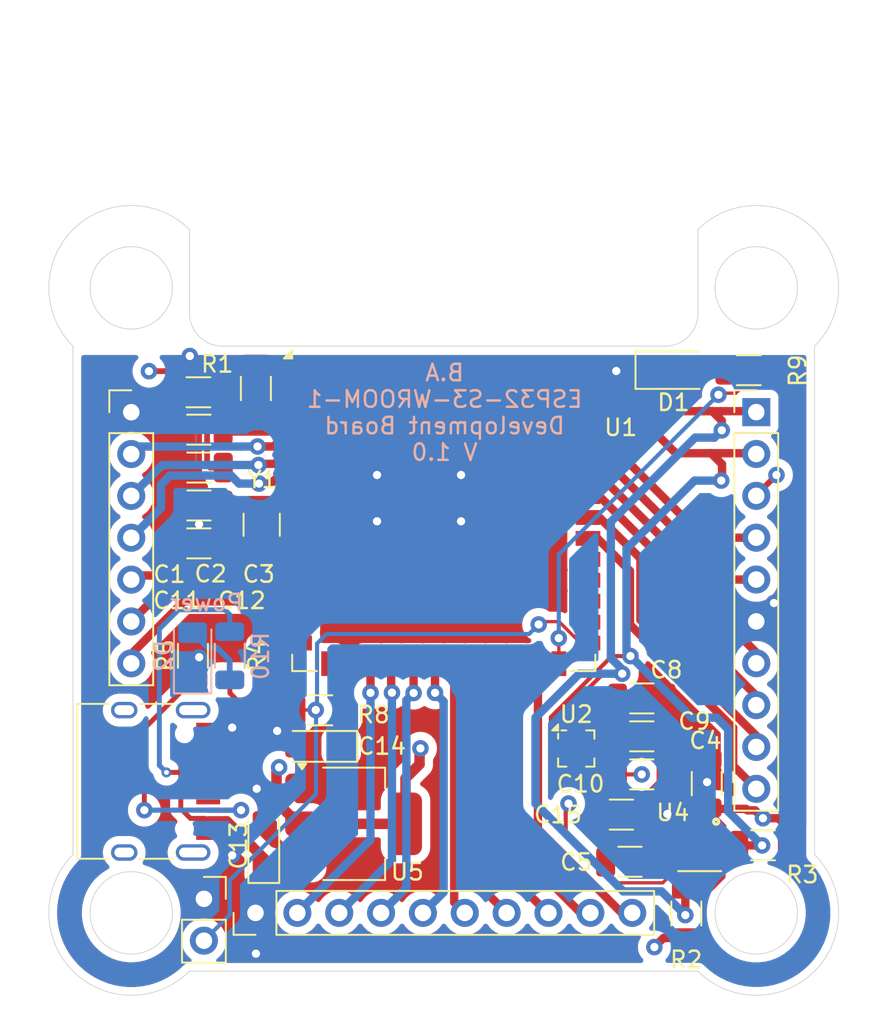
<source format=kicad_pcb>
(kicad_pcb (version 20241229) (generator "pcbnew") (generator_version "9.0")
  (layers (0 "F.Cu" signal) (4 "In1.Cu" signal) (6 "In2.Cu" signal) (2 "B.Cu" signal) (13 "F.Paste" user) (15 "B.Paste" user) (5 "F.SilkS" user "F.Silkscreen") (7 "B.SilkS" user "B.Silkscreen") (1 "F.Mask" user) (3 "B.Mask" user) (25 "Edge.Cuts" user))
  (net 0 "")
  (net 2 "GND")
  (net 3 "GPIO0_STRAPPING")
  (net 5 "Net-(D2-A)")
  (net 7 "ADC3")
  (net 8 "ADC1")
  (net 9 "GPIO1")
  (net 11 "USB+")
  (net 12 "TX")
  (net 13 "TDI")
  (net 14 "TCK")
  (net 15 "TDO")
  (net 16 "RX")
  (net 17 "USB-")
  (net 18 "TMS")
  (net 19 "SDA")
  (net 20 "GPIO5")
  (net 21 "GPIO7")
  (net 22 "GPIO9")
  (net 23 "GPIO8")
  (net 24 "GPIO4")
  (net 25 "GPIO3")
  (net 26 "GPIO6")
  (net 27 "ADC2")
  (net 28 "GPIO15")
  (net 29 "GPIO12")
  (net 30 "GPIO13")
  (net 31 "GPIO2")
  (net 32 "GPIO10")
  (net 33 "/EN")
  (net 36 "/XTAL32K_P")
  (net 37 "/XTAL32K_N")
  (net 38 "GPIO11")
  (net 39 "Net-(U2-C1)")
  (net 41 "SCL")
  (net 43 "VBUS_5V")
  (net 44 "+3V3")
  (net 47 "CC1")
  (net 48 "CC2")
  (net 49 "/LED_GPIO")
  (net 50 "Net-(U1-IO45)")
  (footprint "Capacitor_SMD:C_1206_3216Metric" (layer "F.Cu") (at 101.785001 91.62)
    (property "Reference" "C2")
    (property "Value" "15p")
  )
  (footprint "Resistor_SMD:R_1206_3216Metric" (layer "F.Cu") (at 135.15 83.41 180)
    (property "Reference" "R9")
    (property "Value" "1K")
  )
  (footprint "Resistor_SMD:R_1206_3216Metric" (layer "F.Cu") (at 136.0175 112.24 180)
    (property "Reference" "R3")
    (property "Value" "4k7")
  )
  (footprint "Resistor_SMD:R_1206_3216Metric" (layer "F.Cu") (at 109.1475 104.05 180)
    (property "Reference" "R8")
    (property "Value" "10K")
  )
  (footprint "Capacitor_Tantalum_SMD:CP_EIA-3216-18_Kemet-A" (layer "F.Cu") (at 109.0675 106.24 180)
    (property "Reference" "C14")
    (property "Value" "10u")
  )
  (footprint "Capacitor_SMD:C_1206_3216Metric" (layer "F.Cu") (at 128.66 105.63 180)
    (property "Reference" "C9")
    (property "Value" "100n")
  )
  (footprint "LED_SMD:LED_1206_3216Metric" (layer "F.Cu") (at 130.56 83.41)
    (property "Reference" "D1")
    (property "Value" "LED")
  )
  (footprint "Capacitor_SMD:C_1206_3216Metric" (layer "F.Cu") (at 101.775001 87.02 180)
    (property "Reference" "C1")
    (property "Value" "1u")
  )
  (footprint "Capacitor_SMD:C_1206_3216Metric" (layer "F.Cu") (at 127.94 113.24 180)
    (property "Reference" "C5")
    (property "Value" "100n")
  )
  (footprint "Resistor_SMD:R_1206_3216Metric" (layer "F.Cu") (at 101.42 100.74 90)
    (property "Reference" "R5")
    (property "Value" "5k1")
  )
  (footprint "Crystal:Crystal_SMD_3215-2Pin_3.2x1.5mm" (layer "F.Cu") (at 105.59 92.79 -90)
    (property "Reference" "Y1")
    (property "Value" "Crystal")
  )
  (footprint "BME280:PSON65P250X250X100-8N" (layer "F.Cu") (at 132.1725 112.36)
    (property "Reference" "U4")
    (property "Value" "BME280")
  )
  (footprint "Package_LGA:LGA-12_2x2mm_P0.5mm" (layer "F.Cu") (at 124.68 106.37)
    (property "Reference" "U2")
    (property "Value" "LIS2MDL")
  )
  (footprint "Capacitor_SMD:C_1206_3216Metric" (layer "F.Cu") (at 127.42 110.38)
    (property "Reference" "C15")
    (property "Value" "220n")
  )
  (footprint "Resistor_SMD:R_1206_3216Metric" (layer "F.Cu") (at 103.66 100.7375 90)
    (property "Reference" "R4")
    (property "Value" "5k1")
  )
  (footprint "Connector_PinHeader_2.54mm:PinHeader_1x10_P2.54mm_Vertical" (layer "F.Cu") (at 135.604467 85.954999)
    (property "Reference" "J1" (hide yes))
    (property "Value" "Comms")
  )
  (footprint "Resistor_SMD:R_1206_3216Metric" (layer "F.Cu") (at 131.36 116.38 -90)
    (property "Reference" "R2")
    (property "Value" "4k7")
  )
  (footprint "Capacitor_SMD:C_1206_3216Metric" (layer "F.Cu") (at 101.785 89.32)
    (property "Reference" "C11")
    (property "Value" "100n")
  )
  (footprint "Capacitor_SMD:C_1206_3216Metric" (layer "F.Cu") (at 128.66 103.33)
    (property "Reference" "C8")
    (property "Value" "100n")
  )
  (footprint "Capacitor_SMD:C_1206_3216Metric" (layer "F.Cu") (at 101.78 93.92)
    (property "Reference" "C3")
    (property "Value" "15p")
  )
  (footprint "Connector_PinHeader_2.54mm:PinHeader_1x07_P2.54mm_Vertical" (layer "F.Cu") (at 97.675534 85.96)
    (property "Reference" "J3" (hide yes))
    (property "Value" "Conn_01x07_Pin")
  )
  (footprint "Connector_PinHeader_2.54mm:PinHeader_1x10_P2.54mm_Vertical" (layer "F.Cu") (at 105.215001 116.344467 90)
    (property "Reference" "J2" (hide yes))
    (property "Value" "Conn_01x10_Pin")
  )
  (footprint "Connector_PinSocket_2.54mm:PinSocket_1x02_P2.54mm_Vertical" (layer "F.Cu") (at 102.085 115.49)
    (property "Reference" "J5" (hide yes))
    (property "Value" "Conn_01x02_Socket")
  )
  (footprint "Package_TO_SOT_SMD:SOT-223-3_TabPin2" (layer "F.Cu") (at 111.17 110.94)
    (property "Reference" "U5")
    (property "Value" "LM1117MP-3.3")
  )
  (footprint "Resistor_SMD:R_1206_3216Metric" (layer "F.Cu") (at 101.7525 84.75)
    (property "Reference" "R1")
    (property "Value" "10K")
  )
  (footprint "RF_Module:ESP32-S3-WROOM-1" (layer "F.Cu") (at 116.64 88.72)
    (property "Reference" "U1")
    (property "Value" "ESP32-S3-WROOM-1")
  )
  (footprint "Capacitor_SMD:C_1206_3216Metric" (layer "F.Cu") (at 128.655 107.94 180)
    (property "Reference" "C10")
    (property "Value" "1u")
  )
  (footprint "Connector_USB:USB_C_Receptacle_HRO_TYPE-C-31-M-12" (layer "F.Cu") (at 98.3 108.36 -90)
    (property "Reference" "J4" (hide yes))
    (property "Value" "USB_C_Receptacle_USB2.0_14P")
  )
  (footprint "Capacitor_SMD:C_1206_3216Metric" (layer "F.Cu") (at 105.24 84.52 -90)
    (property "Reference" "C12")
    (property "Value" "22u")
  )
  (footprint "Capacitor_SMD:C_1206_3216Metric" (layer "F.Cu") (at 132.6 108.5 -90)
    (property "Reference" "C4")
    (property "Value" "100n")
  )
  (footprint "Capacitor_Tantalum_SMD:CP_EIA-3216-18_Kemet-A" (layer "F.Cu") (at 105.72 112.22 90)
    (property "Reference" "C13")
    (property "Value" "10u")
  )
  (footprint "LED_SMD:LED_1206_3216Metric" (layer "B.Cu") (at 101.4 100.74 90)
    (property "Reference" "D2")
    (property "Value" "LED")
  )
  (footprint "Resistor_SMD:R_1206_3216Metric" (layer "B.Cu") (at 103.65 100.7425 -90)
    (property "Reference" "R10")
    (property "Value" "1K")
  )
  (gr_circle (center 97.675534 116.344467) (end 100.175534 116.344467) (stroke (width 0.05)) (fill no) (layer "Edge.Cuts"))
  (gr_line (start 132.068933 74.880001) (end 132.068933 79.951055) (stroke (width 0.05)) (layer "Edge.Cuts"))
  (gr_arc (start 132.068933 79.951055) (mid 131.483163 81.365311) (end 130.068929 81.951055) (stroke (width 0.05)) (layer "Edge.Cuts"))
  (gr_arc (start 101.211067 119.88) (mid 94.140001 119.88) (end 94.14 112.808933) (stroke (width 0.05)) (layer "Edge.Cuts"))
  (gr_circle (center 97.675534 78.415534) (end 100.175534 78.415534) (stroke (width 0.05)) (fill no) (layer "Edge.Cuts"))
  (gr_line (start 101.211067 119.88) (end 132.068933 119.88) (stroke (width 0.05)) (layer "Edge.Cuts"))
  (gr_line (start 139.14 81.951067) (end 139.14 112.808933) (stroke (width 0.05)) (layer "Edge.Cuts"))
  (gr_circle (center 135.604467 78.415534) (end 138.104467 78.415534) (stroke (width 0.05)) (fill no) (layer "Edge.Cuts"))
  (gr_line (start 101.211067 74.880001) (end 101.211067 79.951003) (stroke (width 0.05)) (layer "Edge.Cuts"))
  (gr_arc (start 94.14 81.951067) (mid 94.14 74.88) (end 101.211067 74.88) (stroke (width 0.05)) (layer "Edge.Cuts"))
  (gr_arc (start 139.14 112.808933) (mid 139.14 119.88) (end 132.068933 119.88) (stroke (width 0.05)) (layer "Edge.Cuts"))
  (gr_line (start 130.068929 81.951055) (end 103.211063 81.951003) (stroke (width 0.05)) (layer "Edge.Cuts"))
  (gr_arc (start 103.211063 81.951003) (mid 101.796852 81.365215) (end 101.211067 79.951003) (stroke (width 0.05)) (layer "Edge.Cuts"))
  (gr_arc (start 132.068933 74.88) (mid 139.14 74.88) (end 139.14 81.951067) (stroke (width 0.05)) (layer "Edge.Cuts"))
  (gr_line (start 94.14 81.951067) (end 94.14 112.808933) (stroke (width 0.05)) (layer "Edge.Cuts"))
  (gr_circle (center 135.604467 116.344467) (end 138.104467 116.344467) (stroke (width 0.05)) (fill no) (layer "Edge.Cuts"))
  (gr_text "B.A\nESP32-S3-WROOM-1\nDevelopment Board\nV 1.0\n" (at 116.69 88.98 0) (layer "B.SilkS") (effects (font (size 1 1)) (justify bottom mirror)))
  (gr_text "Power" (at 104.56 98.11 0) (layer "B.SilkS") (effects (font (size 1 1)) (justify left bottom mirror)))
  (segment (start 127.11 83.46) (end 129.11 83.46) (width 0.35) (layer "F.Cu") (net 2))
  (segment (start 105.57 110.72) (end 105.72 110.87) (width 0.2) (layer "F.Cu") (net 2))
  (segment (start 136.68 97.579466) (end 135.604467 98.654999) (width 0.2) (layer "F.Cu") (net 2))
  (segment (start 105.24 116.369466) (end 105.215001 116.344467) (width 0.2) (layer "F.Cu") (net 2))
  (segment (start 130.204999 110.345001) (end 130.21 110.34) (width 0.2) (layer "F.Cu") (net 2))
  (segment (start 106.264999 83.044999) (end 106.68 83.46) (width 0.25) (layer "F.Cu") (net 2))
  (segment (start 105.24 118.82) (end 105.24 116.369466) (width 0.2) (layer "F.Cu") (net 2))
  (segment (start 101.23 82.55) (end 101.6 82.92) (width 0.25) (layer "F.Cu") (net 2))
  (segment (start 107.71 106.2325) (end 107.7175 106.24) (width 0.2) (layer "F.Cu") (net 2))
  (segment (start 103.8 112.21) (end 103.8 112.85) (width 0.2) (layer "F.Cu") (net 2))
  (segment (start 101.35 99.3475) (end 101.42 99.2775) (width 0.2) (layer "F.Cu") (net 2))
  (segment (start 124.93 107.1325) (end 124.93 107.684) (width 0.25) (layer "F.Cu") (net 2))
  (segment (start 101.79 92.76) (end 101.79 91.76) (width 0.35) (layer "F.Cu") (net 2))
  (segment (start 132.62 108.41) (end 132.6 108.39) (width 0.508) (layer "F.Cu") (net 2))
  (segment (start 130.204999 112.185001) (end 130.204999 110.345001) (width 0.2) (layer "F.Cu") (net 2))
  (segment (start 101.79 91.76) (end 101.79 89.47) (width 0.35) (layer "F.Cu") (net 2))
  (segment (start 107.75 83.6) (end 107.89 83.46) (width 0.35) (layer "F.Cu") (net 2))
  (segment (start 102.355 105.1) (end 102.345 105.11) (width 0.2) (layer "F.Cu") (net 2))
  (segment (start 101.79 92.76) (end 101.79 93.58) (width 0.35) (layer "F.Cu") (net 2))
  (segment (start 132.265 112.035) (end 132.915 111.385) (width 0.2) (layer "F.Cu") (net 2))
  (segment (start 132.915 111.385) (end 133.1425 111.385) (width 0.2) (layer "F.Cu") (net 2))
  (segment (start 101.79 87.16) (end 101.65 87.02) (width 0.35) (layer "F.Cu") (net 2))
  (segment (start 100.304999 93.92) (end 100.304999 87.024999) (width 0.35) (layer "F.Cu") (net 2))
  (segment (start 125.05 106.62) (end 124.931 106.739) (width 0.25) (layer "F.Cu") (net 2))
  (segment (start 130.204999 112.450002) (end 130.204999 112.185001) (width 0.2) (layer "F.Cu") (net 2))
  (segment (start 131.2025 112.035) (end 131.825 112.035) (width 0.2) (layer "F.Cu") (net 2))
  (segment (start 130.135 103.33) (end 130.135 107.935001) (width 0.25) (layer "F.Cu") (net 2))
  (segment (start 132.6 108.39) (end 132.6 107.024999) (width 0.508) (layer "F.Cu") (net 2))
  (segment (start 106.53 105.3) (end 107.4625 106.2325) (width 0.2) (layer "F.Cu") (net 2))
  (segment (start 131.4475 113.335) (end 132.265 112.5175) (width 0.2) (layer "F.Cu") (net 2))
  (segment (start 106.68 83.46) (end 107.89 83.46) (width 0.25) (layer "F.Cu") (net 2))
  (segment (start 129.415001 113.24) (end 130.204999 112.450002) (width 0.2) (layer "F.Cu") (net 2))
  (segment (start 101.79 93.58) (end 101.45 93.92) (width 0.35) (layer "F.Cu") (net 2))
  (segment (start 107.72 108.34) (end 107.72 106.2425) (width 0.2) (layer "F.Cu") (net 2))
  (segment (start 136.68 97.54) (end 136.68 97.579466) (width 0.2) (layer "F.Cu") (net 2))
  (segment (start 131.2025 113.335) (end 131.4475 113.335) (width 0.2) (layer "F.Cu") (net 2))
  (segment (start 107.724999 83.294999) (end 107.89 83.46) (width 0.35) (layer "F.Cu") (net 2))
  (segment (start 130.715 112.035) (end 130.564999 112.185001) (width 0.2) (layer "F.Cu") (net 2))
  (segment (start 108.02 108.64) (end 107.72 108.34) (width 0.2) (layer "F.Cu") (net 2))
  (segment (start 127.11 83.46) (end 125.39 83.46) (width 0.35) (layer "F.Cu") (net 2))
  (segment (start 101.79 89.47) (end 101.64 89.32) (width 0.35) (layer "F.Cu") (net 2))
  (segment (start 101.676844 100.71) (end 101.6 100.71) (width 0.2) (layer "F.Cu") (net 2))
  (segment (start 103.192832 101.017168) (end 103.66 100.55) (width 0.2) (layer "F.Cu") (net 2))
  (segment (start 131.825 112.035) (end 132.265 112.035) (width 0.2) (layer "F.Cu") (net 2))
  (segment (start 130.600001 108.41) (end 130.130001 107.94) (width 0.508) (layer "F.Cu") (net 2))
  (segment (start 132.62 108.41) (end 130.600001 108.41) (width 0.508) (layer "F.Cu") (net 2))
  (segment (start 101.6 82.92) (end 105.115001 82.92) (width 0.25) (layer "F.Cu") (net 2))
  (segment (start 101.79 91.76) (end 101.65 91.62) (width 0.35) (layer "F.Cu") (net 2))
  (segment (start 131.2025 112.035) (end 130.715 112.035) (width 0.2) (layer "F.Cu") (net 2))
  (segment (start 124.93 107.684) (end 126.412 109.166) (width 0.25) (layer "F.Cu") (net 2))
  (segment (start 101.79 89.47) (end 101.79 87.16) (width 0.35) (layer "F.Cu") (net 2))
  (segment (start 105.28 108.81) (end 105.57 109.1) (width 0.2) (layer "F.Cu") (net 2))
  (segment (start 105.57 109.1) (end 105.57 110.72) (width 0.2) (layer "F.Cu") (net 2))
  (segment (start 101.796502 100.829658) (end 101.984012 101.017168) (width 0.2) (layer "F.Cu") (net 2))
  (segment (start 101.796502 100.829658) (end 101.676844 100.71) (width 0.2) (layer "F.Cu") (net 2))
  (segment (start 128.904001 109.166) (end 130.130001 107.94) (width 0.25) (layer "F.Cu") (net 2))
  (segment (start 105.72 110.65) (end 105.72 110.87) (width 0.508) (layer "F.Cu") (net 2))
  (segment (start 105.29 108.81) (end 105.28 108.81) (width 0.2) (layer "F.Cu") (net 2))
  (segment (start 105.115001 82.92) (end 105.24 83.044999) (width 0.25) (layer "F.Cu") (net 2))
  (segment (start 131.2075 113.33) (end 131.2025 113.335) (width 0.2) (layer "F.Cu") (net 2))
  (segment (start 129.11 83.46) (end 129.16 83.41) (width 0.35) (layer "F.Cu") (net 2))
  (segment (start 107.4625 106.2325) (end 107.71 106.2325) (width 0.2) (layer "F.Cu") (net 2))
  (segment (start 103.2 111.61) (end 103.8 112.21) (width 0.2) (layer "F.Cu") (net 2))
  (segment (start 101.796502 99.654002) (end 101.42 99.2775) (width 0.2) (layer "F.Cu") (net 2))
  (segment (start 101.984012 101.017168) (end 103.192832 101.017168) (width 0.2) (layer "F.Cu") (net 2))
  (segment (start 124.931 106.739) (end 124.931 106.91) (width 0.25) (layer "F.Cu") (net 2))
  (segment (start 107.72 106.2425) (end 107.7175 106.24) (width 0.2) (layer "F.Cu") (net 2))
  (segment (start 105.24 83.044999) (end 106.264999 83.044999) (width 0.25) (layer "F.Cu") (net 2))
  (segment (start 101.65 91.62) (end 100.31 91.62) (width 0.35) (layer "F.Cu") (net 2))
  (segment (start 132.265 112.5175) (end 132.265 112.035) (width 0.2) (layer "F.Cu") (net 2))
  (segment (start 102.345 111.61) (end 103.2 111.61) (width 0.2) (layer "F.Cu") (net 2))
  (segment (start 101.64 89.32) (end 100.31 89.32) (width 0.35) (layer "F.Cu") (net 2))
  (segment (start 130.135 107.935001) (end 130.130001 107.94) (width 0.25) (layer "F.Cu") (net 2))
  (segment (start 103.66 100.55) (end 103.66 99.275) (width 0.2) (layer "F.Cu") (net 2))
  (segment (start 101.65 87.02) (end 100.3 87.02) (width 0.35) (layer "F.Cu") (net 2))
  (segment (start 130.564999 112.185001) (end 130.204999 112.185001) (width 0.2) (layer "F.Cu") (net 2))
  (segment (start 125.4425 106.62) (end 125.05 106.62) (width 0.25) (layer "F.Cu") (net 2))
  (segment (start 103.8 105.1) (end 102.355 105.1) (width 0.2) (layer "F.Cu") (net 2))
  (segment (start 101.796502 100.829658) (end 101.796502 99.654002) (width 0.2) (layer "F.Cu") (net 2))
  (segment (start 126.412 109.166) (end 128.904001 109.166) (width 0.25) (layer "F.Cu") (net 2))
  (segment (start 100.304999 87.024999) (end 100.3 87.02) (width 0.35) (layer "F.Cu") (net 2))
  (segment (start 101.45 93.92) (end 100.304999 93.92) (width 0.35) (layer "F.Cu") (net 2))
  (via (at 103.8 112.85) (size 1) (drill 0.5) (layers "F.Cu" "B.Cu") (net 2))
  (via (at 101.79 92.76) (size 1) (drill 0.5) (layers "F.Cu" "B.Cu") (net 2))
  (via (at 101.23 82.55) (size 1) (drill 0.5) (layers "F.Cu" "B.Cu") (net 2))
  (via (at 106.53 105.3) (size 1) (drill 0.5) (layers "F.Cu" "B.Cu") (net 2))
  (via (at 112.59 89.77) (size 1) (drill 0.5) (layers "F.Cu" "B.Cu") (net 2))
  (via (at 117.69 92.58) (size 1) (drill 0.5) (layers "F.Cu" "B.Cu") (net 2))
  (via (at 105.24 118.82) (size 1) (drill 0.5) (layers "F.Cu" "B.Cu") (net 2))
  (via (at 105.29 108.81) (size 1) (drill 0.5) (layers "F.Cu" "B.Cu") (net 2))
  (via (at 132.62 108.41) (size 1) (drill 0.5) (layers "F.Cu" "B.Cu") (net 2))
  (via (at 103.8 105.1) (size 1) (drill 0.5) (layers "F.Cu" "B.Cu") (net 2))
  (via (at 117.69 89.77) (size 1) (drill 0.5) (layers "F.Cu" "B.Cu") (net 2))
  (via (at 136.68 97.54) (size 1) (drill 0.5) (layers "F.Cu" "B.Cu") (net 2))
  (via (at 127.11 83.46) (size 1) (drill 0.5) (layers "F.Cu" "B.Cu") (net 2))
  (via (at 130.21 110.34) (size 1) (drill 0.5) (layers "F.Cu" "B.Cu") (net 2))
  (via (at 112.59 92.58) (size 1) (drill 0.5) (layers "F.Cu" "B.Cu") (net 2))
  (via (at 101.796502 100.829658) (size 1) (drill 0.5) (layers "F.Cu" "B.Cu") (net 2))
  (segment (start 101.796502 100.829658) (end 101.796502 101.743497) (width 0.2) (layer "B.Cu") (net 2))
  (segment (start 101.796502 101.743497) (end 101.4 102.139999) (width 0.2) (layer "B.Cu") (net 2))
  (segment (start 127.16 83.41) (end 127.11 83.46) (width 0.2) (layer "B.Cu") (net 2))
  (segment (start 102.085 114.565) (end 102.085 115.49) (width 0.2) (layer "B.Cu") (net 2))
  (segment (start 101.38 102.139999) (end 101.632706 102.139999) (width 0.2) (layer "B.Cu") (net 2))
  (segment (start 103.8 112.85) (end 102.085 114.565) (width 0.2) (layer "B.Cu") (net 2))
  (segment (start 108.87 104.03) (end 107.705 104.03) (width 0.2) (layer "F.Cu") (net 3))
  (segment (start 123.64 98.67) (end 124.94 99.97) (width 0.2) (layer "F.Cu") (net 3))
  (segment (start 107.68 104.045) (end 107.685 104.05) (width 0.2) (layer "F.Cu") (net 3))
  (segment (start 122.57 98.67) (end 123.64 98.67) (width 0.2) (layer "F.Cu") (net 3))
  (segment (start 124.94 99.97) (end 125.39 99.97) (width 0.2) (layer "F.Cu") (net 3))
  (segment (start 122.4 98.84) (end 122.57 98.67) (width 0.2) (layer "F.Cu") (net 3))
  (segment (start 107.705 104.03) (end 107.685 104.05) (width 0.2) (layer "F.Cu") (net 3))
  (via (at 108.87 104.03) (size 1) (drill 0.5) (layers "F.Cu" "B.Cu") (net 3))
  (via (at 122.4 98.84) (size 1) (drill 0.5) (layers "F.Cu" "B.Cu") (net 3))
  (segment (start 108.87 104.03) (end 108.89 104.05) (width 0.2) (layer "B.Cu") (net 3))
  (segment (start 108.89 109.13) (end 103.65 114.37) (width 0.25) (layer "B.Cu") (net 3))
  (segment (start 121.82 99.42) (end 109.53 99.42) (width 0.25) (layer "B.Cu") (net 3))
  (segment (start 108.95 103.95) (end 108.87 104.03) (width 0.2) (layer "B.Cu") (net 3))
  (segment (start 108.88 103.69) (end 108.87 103.7) (width 0.2) (layer "B.Cu") (net 3))
  (segment (start 122.4 98.84) (end 121.82 99.42) (width 0.25) (layer "B.Cu") (net 3))
  (segment (start 108.89 104.05) (end 108.89 109.13) (width 0.25) (layer "B.Cu") (net 3))
  (segment (start 103.65 116.465) (end 102.085 118.03) (width 0.25) (layer "B.Cu") (net 3))
  (segment (start 108.87 103.7) (end 108.87 104.03) (width 0.2) (layer "B.Cu") (net 3))
  (segment (start 108.95 100) (end 108.95 103.95) (width 0.25) (layer "B.Cu") (net 3))
  (segment (start 103.65 114.37) (end 103.65 116.465) (width 0.25) (layer "B.Cu") (net 3))
  (segment (start 109.53 99.42) (end 108.95 100) (width 0.25) (layer "B.Cu") (net 3))
  (segment (start 103.65 102.23) (end 103.65 101.024459) (width 0.35) (layer "B.Cu") (net 5))
  (segment (start 102.869041 100.2435) (end 102.303499 100.2435) (width 0.35) (layer "B.Cu") (net 5))
  (segment (start 102.303499 100.2435) (end 101.4 99.340001) (width 0.35) (layer "B.Cu") (net 5))
  (segment (start 103.65 101.024459) (end 102.869041 100.2435) (width 0.35) (layer "B.Cu") (net 5))
  (segment (start 106.632 89.81) (end 107.89 89.81) (width 0.508) (layer "F.Cu") (net 7))
  (segment (start 105.430164 90.292138) (end 106.149862 90.292138) (width 0.508) (layer "F.Cu") (net 7))
  (segment (start 106.149862 90.292138) (end 106.632 89.81) (width 0.508) (layer "F.Cu") (net 7))
  (segment (start 107.877942 89.797942) (end 107.89 89.81) (width 0.508) (layer "F.Cu") (net 7))
  (via (at 105.430164 90.292138) (size 1) (drill 0.5) (layers "F.Cu" "B.Cu") (net 7))
  (segment (start 99.48 90.35) (end 99.48 91.775534) (width 0.508) (layer "B.Cu") (net 7))
  (segment (start 105.430164 90.292138) (end 104.217978 90.292138) (width 0.508) (layer "B.Cu") (net 7))
  (segment (start 104.217978 90.292138) (end 103.725588 89.799748) (width 0.508) (layer "B.Cu") (net 7))
  (segment (start 99.48 91.775534) (end 97.675534 93.58) (width 0.508) (layer "B.Cu") (net 7))
  (segment (start 100.030252 89.799748) (end 99.48 90.35) (width 0.508) (layer "B.Cu") (net 7))
  (segment (start 103.725588 89.799748) (end 100.030252 89.799748) (width 0.508) (layer "B.Cu") (net 7))
  (segment (start 107.82 87.2) (end 107.89 87.27) (width 0.508) (layer "F.Cu") (net 8))
  (segment (start 107.16 87.2) (end 107.82 87.2) (width 0.508) (layer "F.Cu") (net 8))
  (segment (start 105.34 88.04) (end 106.32 88.04) (width 0.508) (layer "F.Cu") (net 8))
  (segment (start 106.32 88.04) (end 107.16 87.2) (width 0.508) (layer "F.Cu") (net 8))
  (via (at 105.34 88.04) (size 1) (drill 0.5) (layers "F.Cu" "B.Cu") (net 8))
  (segment (start 105.34 88.04) (end 104.344366 88.04) (width 0.508) (layer "B.Cu") (net 8))
  (segment (start 104.344366 88.04) (end 104.341326 88.04304) (width 0.508) (layer "B.Cu") (net 8))
  (segment (start 98.132494 88.04304) (end 97.675534 88.5) (width 0.508) (layer "B.Cu") (net 8))
  (segment (start 104.341326 88.04304) (end 98.132494 88.04304) (width 0.508) (layer "B.Cu") (net 8))
  (segment (start 112.195 102.99) (end 112.195 101.22) (width 0.508) (layer "F.Cu") (net 9))
  (via (at 112.195 102.99) (size 1) (drill 0.5) (layers "F.Cu" "B.Cu") (net 9))
  (segment (start 112.195 111.904468) (end 107.755001 116.344467) (width 0.508) (layer "B.Cu") (net 9))
  (segment (start 112.195 102.99) (end 112.195 111.904468) (width 0.508) (layer "B.Cu") (net 9))
  (segment (start 104.333198 108.085) (end 103.457501 108.085) (width 0.3) (layer "F.Cu") (net 11))
  (segment (start 105.735 100.253198) (end 105.735 106.683198) (width 0.3) (layer "F.Cu") (net 11))
  (segment (start 106.428198 99.56) (end 105.735 100.253198) (width 0.3) (layer "F.Cu") (net 11))
  (segment (start 107.89 99.97) (end 107.59 99.97) (width 0.3) (layer "F.Cu") (net 11))
  (segment (start 107.18 99.56) (end 106.428198 99.56) (width 0.3) (layer "F.Cu") (net 11))
  (segment (start 105.735 106.683198) (end 104.333198 108.085) (width 0.3) (layer "F.Cu") (net 11))
  (segment (start 103.457501 108.085) (end 103.432501 108.11) (width 0.3) (layer "F.Cu") (net 11))
  (segment (start 102.345 109.11) (end 103.308198 109.11) (width 0.3) (layer "F.Cu") (net 11))
  (segment (start 107.59 99.97) (end 107.18 99.56) (width 0.3) (layer "F.Cu") (net 11))
  (segment (start 103.308198 109.11) (end 104.333198 108.085) (width 0.3) (layer "F.Cu") (net 11))
  (segment (start 103.432501 108.11) (end 102.345 108.11) (width 0.3) (layer "F.Cu") (net 11))
  (segment (start 132.414999 93.574999) (end 126.11 87.27) (width 0.508) (layer "F.Cu") (net 12))
  (segment (start 126.11 87.27) (end 125.39 87.27) (width 0.508) (layer "F.Cu") (net 12))
  (segment (start 135.604467 93.574999) (end 132.414999 93.574999) (width 0.508) (layer "F.Cu") (net 12))
  (segment (start 129.212 94.182) (end 126.11 91.08) (width 0.508) (layer "F.Cu") (net 13))
  (segment (start 135.604467 103.734999) (end 135.604467 103.164467) (width 0.508) (layer "F.Cu") (net 13))
  (segment (start 135.604467 103.164467) (end 129.212 96.772) (width 0.508) (layer "F.Cu") (net 13))
  (segment (start 129.212 96.772) (end 129.212 94.182) (width 0.508) (layer "F.Cu") (net 13))
  (segment (start 126.11 91.08) (end 125.39 91.08) (width 0.508) (layer "F.Cu") (net 13))
  (segment (start 127.94 95.59) (end 125.97 93.62) (width 0.508) (layer "F.Cu") (net 14))
  (segment (start 135.604467 108.814999) (end 134.20528 107.415812) (width 0.508) (layer "F.Cu") (net 14))
  (segment (start 125.97 93.62) (end 125.39 93.62) (width 0.508) (layer "F.Cu") (net 14))
  (segment (start 134.20528 105.11528) (end 127.94 98.85) (width 0.508) (layer "F.Cu") (net 14))
  (segment (start 134.20528 107.415812) (end 134.20528 105.11528) (width 0.508) (layer "F.Cu") (net 14))
  (segment (start 127.94 98.85) (end 127.94 95.59) (width 0.508) (layer "F.Cu") (net 14))
  (segment (start 135.604467 105.594467) (end 128.576 98.566) (width 0.508) (layer "F.Cu") (net 15))
  (segment (start 135.604467 106.274999) (end 135.604467 105.594467) (width 0.508) (layer "F.Cu") (net 15))
  (segment (start 128.576 98.566) (end 128.576 94.836) (width 0.508) (layer "F.Cu") (net 15))
  (segment (start 126.09 92.35) (end 125.39 92.35) (width 0.508) (layer "F.Cu") (net 15))
  (segment (start 128.576 94.836) (end 126.09 92.35) (width 0.508) (layer "F.Cu") (net 15))
  (segment (start 125.39 88.54) (end 126.11 88.54) (width 0.508) (layer "F.Cu") (net 16))
  (segment (start 133.684999 96.114999) (end 135.604467 96.114999) (width 0.508) (layer "F.Cu") (net 16))
  (segment (start 125.419293 88.569293) (end 125.39 88.54) (width 0.508) (layer "F.Cu") (net 16))
  (segment (start 126.11 88.54) (end 133.684999 96.114999) (width 0.508) (layer "F.Cu") (net 16))
  (segment (start 104.146802 107.635) (end 103.457501 107.635) (width 0.3) (layer "F.Cu") (net 17))
  (segment (start 102.345 107.61) (end 101.25 107.61) (width 0.3) (layer "F.Cu") (net 17))
  (segment (start 107.59 98.7) (end 107.18 99.11) (width 0.3) (layer "F.Cu") (net 17))
  (segment (start 101.11 108.42) (end 101.3 108.61) (width 0.3) (layer "F.Cu") (net 17))
  (segment (start 103.457501 107.635) (end 103.432501 107.61) (width 0.3) (layer "F.Cu") (net 17))
  (segment (start 106.241802 99.11) (end 105.285 100.066802) (width 0.3) (layer "F.Cu") (net 17))
  (segment (start 105.285 106.496802) (end 104.146802 107.635) (width 0.3) (layer "F.Cu") (net 17))
  (segment (start 105.285 100.066802) (end 105.285 106.496802) (width 0.3) (layer "F.Cu") (net 17))
  (segment (start 101.3 108.61) (end 102.345 108.61) (width 0.3) (layer "F.Cu") (net 17))
  (segment (start 101.11 107.75) (end 101.11 108.42) (width 0.3) (layer "F.Cu") (net 17))
  (segment (start 107.18 99.11) (end 106.241802 99.11) (width 0.3) (layer "F.Cu") (net 17))
  (segment (start 103.432501 107.61) (end 102.345 107.61) (width 0.3) (layer "F.Cu") (net 17))
  (segment (start 101.25 107.61) (end 101.11 107.75) (width 0.3) (layer "F.Cu") (net 17))
  (segment (start 107.89 98.7) (end 107.59 98.7) (width 0.3) (layer "F.Cu") (net 17))
  (segment (start 126.12 89.81) (end 125.39 89.81) (width 0.508) (layer "F.Cu") (net 18))
  (segment (start 135.604467 100.544467) (end 129.86 94.8) (width 0.508) (layer "F.Cu") (net 18))
  (segment (start 129.86 93.55) (end 126.12 89.81) (width 0.508) (layer "F.Cu") (net 18))
  (segment (start 135.604467 101.194999) (end 135.604467 100.544467) (width 0.508) (layer "F.Cu") (net 18))
  (segment (start 129.86 94.8) (end 129.86 93.55) (width 0.508) (layer "F.Cu") (net 18))
  (segment (start 135.604467 88.494999) (end 135.444999 88.494999) (width 0.508) (layer "F.Cu") (net 19))
  (segment (start 126.845427 100.76) (end 123.14 104.465427) (width 0.25) (layer "F.Cu") (net 19))
  (segment (start 135.604467 88.494999) (end 135.559468 88.45) (width 0.508) (layer "F.Cu") (net 19))
  (segment (start 132.86 88.45) (end 132.76 88.45) (width 0.508) (layer "F.Cu") (net 19))
  (segment (start 133.48 90.11) (end 133.53 90.06) (width 0.508) (layer "F.Cu") (net 19))
  (segment (start 127.96 100.77) (end 127.97 100.76) (width 0.25) (layer "F.Cu") (net 19))
  (segment (start 123.403 107.12) (end 123.9175 107.12) (width 0.25) (layer "F.Cu") (net 19))
  (segment (start 134.565 112.25) (end 134.555 112.24) (width 0.508) (layer "F.Cu") (net 19))
  (segment (start 134.555 112.24) (end 134.105 112.69) (width 0.25) (layer "F.Cu") (net 19))
  (segment (start 132.76 88.45) (end 130.72056 88.45) (width 0.508) (layer "F.Cu") (net 19))
  (segment (start 133.1475 112.69) (end 133.1425 112.685) (width 0.25) (layer "F.Cu") (net 19))
  (segment (start 135.559468 88.45) (end 132.86 88.45) (width 0.508) (layer "F.Cu") (net 19))
  (segment (start 130.72056 88.45) (end 128.27056 86) (width 0.508) (layer "F.Cu") (net 19))
  (segment (start 133.53 90.06) (end 133.53 89.12) (width 0.508) (layer "F.Cu") (net 19))
  (segment (start 133.53 89.12) (end 132.86 88.45) (width 0.508) (layer "F.Cu") (net 19))
  (segment (start 128.27056 86) (end 125.39 86) (width 0.508) (layer "F.Cu") (net 19))
  (segment (start 123.14 106.857) (end 123.403 107.12) (width 0.25) (layer "F.Cu") (net 19))
  (segment (start 127.97 100.76) (end 126.845427 100.76) (width 0.25) (layer "F.Cu") (net 19))
  (segment (start 123.14 104.465427) (end 123.14 106.857) (width 0.25) (layer "F.Cu") (net 19))
  (segment (start 135.96 112.25) (end 134.565 112.25) (width 0.508) (layer "F.Cu") (net 19))
  (segment (start 134.105 112.69) (end 133.1475 112.69) (width 0.25) (layer "F.Cu") (net 19))
  (via (at 127.97 100.76) (size 1) (drill 0.5) (layers "F.Cu" "B.Cu") (net 19))
  (via (at 133.48 90.11) (size 1) (drill 0.5) (layers "F.Cu" "B.Cu") (net 19))
  (via (at 135.96 112.25) (size 1) (drill 0.5) (layers "F.Cu" "B.Cu") (net 19))
  (segment (start 127.73 100.52) (end 127.97 100.76) (width 0.508) (layer "B.Cu") (net 19))
  (segment (start 133.48 90.11) (end 131.86 90.11) (width 0.508) (layer "B.Cu") (net 19))
  (segment (start 132.323004 104.495) (end 132.308004 104.51) (width 0.508) (layer "B.Cu") (net 19))
  (segment (start 133.196996 104.495) (end 132.323004 104.495) (width 0.508) (layer "B.Cu") (net 19))
  (segment (start 131.86 90.11) (end 127.73 94.24) (width 0.508) (layer "B.Cu") (net 19))
  (segment (start 133.815 105.113004) (end 133.196996 104.495) (width 0.508) (layer "B.Cu") (net 19))
  (segment (start 132.308004 104.51) (end 131.72 104.51) (width 0.508) (layer "B.Cu") (net 19))
  (segment (start 133.9 105.2) (end 133.815 105.115) (width 0.508) (layer "B.Cu") (net 19))
  (segment (start 135.96 112.25) (end 133.9 110.19) (width 0.508) (layer "B.Cu") (net 19))
  (segment (start 133.9 110.19) (end 133.9 105.2) (width 0.508) (layer "B.Cu") (net 19))
  (segment (start 131.72 104.51) (end 127.97 100.76) (width 0.508) (layer "B.Cu") (net 19))
  (segment (start 133.815 105.115) (end 133.815 105.113004) (width 0.508) (layer "B.Cu") (net 19))
  (segment (start 127.73 94.24) (end 127.73 100.52) (width 0.508) (layer "B.Cu") (net 19))
  (segment (start 117.275 101.22) (end 117.275 115.704466) (width 0.508) (layer "F.Cu") (net 20))
  (segment (start 117.275 115.704466) (end 117.915001 116.344467) (width 0.508) (layer "F.Cu") (net 20))
  (segment (start 119.815 113.225) (end 122.934467 116.344467) (width 0.508) (layer "F.Cu") (net 21))
  (segment (start 122.934467 116.344467) (end 122.995002 116.344467) (width 0.508) (layer "F.Cu") (net 21))
  (segment (start 119.815 101.22) (end 119.815 113.225) (width 0.508) (layer "F.Cu") (net 21))
  (segment (start 122.355 111.265) (end 127.434467 116.344467) (width 0.508) (layer "F.Cu") (net 22))
  (segment (start 127.434467 116.344467) (end 128.075001 116.344467) (width 0.508) (layer "F.Cu") (net 22))
  (segment (start 122.355 101.22) (end 122.355 111.265) (width 0.508) (layer "F.Cu") (net 22))
  (segment (start 124.944467 116.344467) (end 125.535001 116.344467) (width 0.508) (layer "F.Cu") (net 23))
  (segment (start 121.085 101.22) (end 121.085 112.485) (width 0.508) (layer "F.Cu") (net 23))
  (segment (start 121.085 112.485) (end 124.944467 116.344467) (width 0.508) (layer "F.Cu") (net 23))
  (segment (start 116.109953 102.988597) (end 116.109953 101.324953) (width 0.508) (layer "F.Cu") (net 24))
  (segment (start 116.109953 101.324953) (end 116.005 101.22) (width 0.508) (layer "F.Cu") (net 24))
  (via (at 116.109953 102.988597) (size 1) (drill 0.5) (layers "F.Cu" "B.Cu") (net 24))
  (segment (start 116.63 103.508644) (end 116.63 115.089468) (width 0.508) (layer "B.Cu") (net 24))
  (segment (start 116.109953 102.988597) (end 116.63 103.508644) (width 0.508) (layer "B.Cu") (net 24))
  (segment (start 116.63 115.089468) (end 115.375001 116.344467) (width 0.508) (layer "B.Cu") (net 24))
  (segment (start 114.81 101.295) (end 114.735 101.22) (width 0.508) (layer "F.Cu") (net 25))
  (segment (start 114.81 103) (end 114.81 101.295) (width 0.508) (layer "F.Cu") (net 25))
  (via (at 114.81 103) (size 1) (drill 0.5) (layers "F.Cu" "B.Cu") (net 25))
  (segment (start 114.37 114.809468) (end 112.835001 116.344467) (width 0.508) (layer "B.Cu") (net 25))
  (segment (start 114.81 103) (end 114.37 103.44) (width 0.508) (layer "B.Cu") (net 25))
  (segment (start 114.37 103.44) (end 114.37 114.809468) (width 0.508) (layer "B.Cu") (net 25))
  (segment (start 118.545 101.22) (end 118.545 114.434466) (width 0.508) (layer "F.Cu") (net 26))
  (segment (start 118.545 114.434466) (end 120.455001 116.344467) (width 0.508) (layer "F.Cu") (net 26))
  (segment (start 107.849753 88.499753) (end 107.89 88.54) (width 0.508) (layer "F.Cu") (net 27))
  (segment (start 105.466861 89.092357) (end 106.397643 89.092357) (width 0.508) (layer "F.Cu") (net 27))
  (segment (start 106.990247 88.499753) (end 107.849753 88.499753) (width 0.508) (layer "F.Cu") (net 27))
  (segment (start 105.393486 89.165732) (end 105.466861 89.092357) (width 0.508) (layer "F.Cu") (net 27))
  (segment (start 106.397643 89.092357) (end 106.990247 88.499753) (width 0.508) (layer "F.Cu") (net 27))
  (via (at 105.393486 89.165732) (size 1) (drill 0.5) (layers "F.Cu" "B.Cu") (net 27))
  (segment (start 105.391502 89.163748) (end 99.766812 89.163748) (width 0.508) (layer "B.Cu") (net 27))
  (segment (start 99.539534 89.176) (end 97.675534 91.04) (width 0.508) (layer "B.Cu") (net 27))
  (segment (start 99.75456 89.176) (end 99.539534 89.176) (width 0.508) (layer "B.Cu") (net 27))
  (segment (start 105.393486 89.165732) (end 105.391502 89.163748) (width 0.508) (layer "B.Cu") (net 27))
  (segment (start 99.766812 89.163748) (end 99.75456 89.176) (width 0.508) (layer "B.Cu") (net 27))
  (segment (start 97.675534 98.66) (end 99.725534 96.61) (width 0.508) (layer "F.Cu") (net 29))
  (segment (start 99.725534 96.61) (end 106.6 96.61) (width 0.508) (layer "F.Cu") (net 29))
  (segment (start 107.05 96.16) (end 107.89 96.16) (width 0.508) (layer "F.Cu") (net 29))
  (segment (start 106.6 96.61) (end 107.05 96.16) (width 0.508) (layer "F.Cu") (net 29))
  (segment (start 107.88 97.44) (end 100.87 97.44) (width 0.508) (layer "F.Cu") (net 30))
  (segment (start 97.675534 100.634466) (end 97.675534 101.2) (width 0.508) (layer "F.Cu") (net 30))
  (segment (start 107.88 97.42) (end 107.89 97.43) (width 0.508) (layer "F.Cu") (net 30))
  (segment (start 100.87 97.44) (end 97.675534 100.634466) (width 0.508) (layer "F.Cu") (net 30))
  (segment (start 107.89 97.43) (end 107.88 97.44) (width 0.508) (layer "F.Cu") (net 30))
  (segment (start 113.45 102.93468) (end 113.45 101.235) (width 0.508) (layer "F.Cu") (net 31))
  (segment (start 113.494962 102.979642) (end 113.45 102.93468) (width 0.508) (layer "F.Cu") (net 31))
  (segment (start 113.45 101.235) (end 113.465 101.22) (width 0.508) (layer "F.Cu") (net 31))
  (via (at 113.494962 102.979642) (size 1) (drill 0.5) (layers "F.Cu" "B.Cu") (net 31))
  (segment (start 113.494962 113.144505) (end 110.295 116.344467) (width 0.508) (layer "B.Cu") (net 31))
  (segment (start 113.494962 102.979642) (end 113.494962 113.144505) (width 0.508) (layer "B.Cu") (net 31))
  (segment (start 106.116455 87.21) (end 107.326455 86) (width 0.35) (layer "F.Cu") (net 33))
  (segment (start 107.326455 86) (end 107.89 86) (width 0.35) (layer "F.Cu") (net 33))
  (segment (start 103.250002 84.785002) (end 103.215 84.75) (width 0.35) (layer "F.Cu") (net 33))
  (segment (start 103.250002 87.02) (end 103.250002 84.785002) (width 0.35) (layer "F.Cu") (net 33))
  (segment (start 103.250002 87.02) (end 103.440002 87.21) (width 0.35) (layer "F.Cu") (net 33))
  (segment (start 103.440002 87.21) (end 106.116455 87.21) (width 0.35) (layer "F.Cu") (net 33))
  (segment (start 106.399999 92.35) (end 107.89 92.35) (width 0.35) (layer "F.Cu") (net 36))
  (segment (start 105.510001 91.62) (end 105.59 91.540001) (width 0.2) (layer "F.Cu") (net 36))
  (segment (start 105.59 91.540001) (end 106.399999 92.35) (width 0.35) (layer "F.Cu") (net 36))
  (segment (start 103.575001 91.62) (end 105.510001 91.62) (width 0.35) (layer "F.Cu") (net 36))
  (segment (start 105.520001 93.97) (end 105.59 94.039999) (width 0.2) (layer "F.Cu") (net 37))
  (segment (start 105.960001 94.039999) (end 106.38 93.62) (width 0.35) (layer "F.Cu") (net 37))
  (segment (start 105.59 94.039999) (end 105.960001 94.039999) (width 0.35) (layer "F.Cu") (net 37))
  (segment (start 106.38 93.62) (end 107.89 93.62) (width 0.35) (layer "F.Cu") (net 37))
  (segment (start 103.565001 93.97) (end 105.520001 93.97) (width 0.35) (layer "F.Cu") (net 37))
  (segment (start 97.925534 95.87) (end 106.18 95.87) (width 0.508) (layer "F.Cu") (net 38))
  (segment (start 97.675534 96.12) (end 97.925534 95.87) (width 0.508) (layer "F.Cu") (net 38))
  (segment (start 106.18 95.87) (end 107.16 94.89) (width 0.508) (layer "F.Cu") (net 38))
  (segment (start 107.16 94.89) (end 107.89 94.89) (width 0.508) (layer "F.Cu") (net 38))
  (segment (start 97.675534 96.12) (end 97.941534 95.854) (width 0.508) (layer "F.Cu") (net 38))
  (segment (start 125.925 110.25) (end 125.925 109.315) (width 0.25) (layer "F.Cu") (net 39))
  (segment (start 125.925 109.315) (end 124.43 107.82) (width 0.25) (layer "F.Cu") (net 39))
  (segment (start 124.43 107.82) (end 124.43 107.1325) (width 0.25) (layer "F.Cu") (net 39))
  (segment (start 133.385 113.335) (end 133.1425 113.335) (width 0.2) (layer "F.Cu") (net 41))
  (segment (start 132.14 85.9) (end 133.46 85.9) (width 0.508) (layer "F.Cu") (net 41))
  (segment (start 133.46 85.9) (end 135.549468 85.9) (width 0.508) (layer "F.Cu") (net 41))
  (segment (start 123.9175 104.2225) (end 126.31 101.83) (width 0.25) (layer "F.Cu") (net 41))
  (segment (start 135.549468 85.9) (end 135.604467 85.954999) (width 0.508) (layer "F.Cu") (net 41))
  (segment (start 133.51 87.06) (end 133.51 86.47) (width 0.508) (layer "F.Cu") (net 41))
  (segment (start 130.01 85.9) (end 132.14 85.9) (width 0.508) (layer "F.Cu") (net 41))
  (segment (start 125.39 84.73) (end 125.6 84.94) (width 0.508) (layer "F.Cu") (net 41))
  (segment (start 123.9175 105.62) (end 123.9175 104.2225) (width 0.25) (layer "F.Cu") (net 41))
  (segment (start 126.31 101.83) (end 127.47 101.83) (width 0.25) (layer "F.Cu") (net 41))
  (segment (start 133.64 114.17) (end 133.64 113.59) (width 0.2) (layer "F.Cu") (net 41))
  (segment (start 133.64 113.59) (end 133.385 113.335) (width 0.2) (layer "F.Cu") (net 41))
  (segment (start 129.05 84.94) (end 130.01 85.9) (width 0.508) (layer "F.Cu") (net 41))
  (segment (start 132.94 85.9) (end 132.14 85.9) (width 0.508) (layer "F.Cu") (net 41))
  (segment (start 131.7125 115.27) (end 132.54 115.27) (width 0.2) (layer "F.Cu") (net 41))
  (segment (start 132.54 115.27) (end 133.64 114.17) (width 0.2) (layer "F.Cu") (net 41))
  (segment (start 125.6 84.94) (end 129.05 84.94) (width 0.508) (layer "F.Cu") (net 41))
  (segment (start 131.3 116.48) (end 131.3 114.9775) (width 0.508) (layer "F.Cu") (net 41))
  (segment (start 131.36 114.9175) (end 131.7125 115.27) (width 0.2) (layer "F.Cu") (net 41))
  (segment (start 131.3 114.9775) (end 131.36 114.9175) (width 0.508) (layer "F.Cu") (net 41))
  (segment (start 133.51 86.47) (end 132.94 85.9) (width 0.508) (layer "F.Cu") (net 41))
  (via (at 127.47 101.83) (size 1) (drill 0.5) (layers "F.Cu" "B.Cu") (net 41))
  (via (at 131.3 116.48) (size 1) (drill 0.5) (layers "F.Cu" "B.Cu") (net 41))
  (via (at 133.51 87.06) (size 1) (drill 0.5) (layers "F.Cu" "B.Cu") (net 41))
  (segment (start 129.859467 115.039467) (end 127.534452 115.039467) (width 0.508) (layer "B.Cu") (net 41))
  (segment (start 127.47 101.83) (end 127.47 101.57) (width 0.508) (layer "B.Cu") (net 41))
  (segment (start 122.21 104.49) (end 124.87 101.83) (width 0.508) (layer "B.Cu") (net 41))
  (segment (start 133.03 87.5) (end 133.04 87.51) (width 0.508) (layer "B.Cu") (net 41))
  (segment (start 126.78 92.61) (end 131.89 87.5) (width 0.508) (layer "B.Cu") (net 41))
  (segment (start 131.3 116.48) (end 129.859467 115.039467) (width 0.508) (layer "B.Cu") (net 41))
  (segment (start 127.534452 115.039467) (end 122.21 109.715015) (width 0.508) (layer "B.Cu") (net 41))
  (segment (start 133.06 87.51) (end 133.51 87.06) (width 0.508) (layer "B.Cu") (net 41))
  (segment (start 122.21 109.715015) (end 122.21 104.49) (width 0.508) (layer "B.Cu") (net 41))
  (segment (start 131.89 87.5) (end 133.03 87.5) (width 0.508) (layer "B.Cu") (net 41))
  (segment (start 124.87 101.83) (end 127.47 101.83) (width 0.508) (layer "B.Cu") (net 41))
  (segment (start 126.78 100.88) (end 126.78 92.61) (width 0.508) (layer "B.Cu") (net 41))
  (segment (start 133.04 87.51) (end 133.06 87.51) (width 0.508) (layer "B.Cu") (net 41))
  (segment (start 127.47 101.57) (end 126.78 100.88) (width 0.508) (layer "B.Cu") (net 41))
  (segment (start 107.73 113.53) (end 105.76 113.53) (width 0.635) (layer "F.Cu") (net 43))
  (segment (start 100.682 110.024) (end 100.682 107.82) (width 0.3) (layer "F.Cu") (net 43))
  (segment (start 101.269 110.611) (end 100.682 110.024) (width 0.3) (layer "F.Cu") (net 43))
  (segment (start 105.72 113.57) (end 105.72 113.03) (width 0.635) (layer "F.Cu") (net 43))
  (segment (start 100.682 107.82) (end 100.682 106.720376) (width 0.3) (layer "F.Cu") (net 43))
  (segment (start 105.76 113.53) (end 105.72 113.57) (width 0.635) (layer "F.Cu") (net 43))
  (segment (start 103.4815 110.7915) (end 102.345 110.7915) (width 0.635) (layer "F.Cu") (net 43))
  (segment (start 100.682 106.720376) (end 101.492377 105.909999) (width 0.3) (layer "F.Cu") (net 43))
  (segment (start 105.72 113.03) (end 103.4815 110.7915) (width 0.635) (layer "F.Cu") (net 43))
  (segment (start 101.492377 105.909999) (end 102.345 105.909999) (width 0.3) (layer "F.Cu") (net 43))
  (segment (start 102.345 110.810001) (end 102.145999 110.611) (width 0.3) (layer "F.Cu") (net 43))
  (segment (start 100.682 107.82) (end 99.81 107.82) (width 0.3) (layer "F.Cu") (net 43))
  (segment (start 108.02 113.24) (end 107.73 113.53) (width 0.635) (layer "F.Cu") (net 43))
  (segment (start 102.145999 110.611) (end 101.269 110.611) (width 0.3) (layer "F.Cu") (net 43))
  (segment (start 99.81 107.82) (end 99.79 107.82) (width 0.3) (layer "F.Cu") (net 43))
  (via (at 99.81 107.82) (size 0.6) (drill 0.3) (layers "F.Cu" "B.Cu") (net 43))
  (segment (start 103.36 97.95) (end 103.66 98.25) (width 0.3) (layer "B.Cu") (net 43))
  (segment (start 99.38 99.12) (end 100.55 97.95) (width 0.3) (layer "B.Cu") (net 43))
  (segment (start 99.81 107.82) (end 99.38 107.39) (width 0.3) (layer "B.Cu") (net 43))
  (segment (start 99.38 107.39) (end 99.38 99.12) (width 0.3) (layer "B.Cu") (net 43))
  (segment (start 103.65 98.26) (end 103.65 99.2775) (width 0.3) (layer "B.Cu") (net 43))
  (segment (start 103.66 98.25) (end 103.65 98.26) (width 0.3) (layer "B.Cu") (net 43))
  (segment (start 100.55 97.95) (end 103.36 97.95) (width 0.3) (layer "B.Cu") (net 43))
  (segment (start 102.2765 84.3065) (end 102.2765 89.1365) (width 0.35) (layer "F.Cu") (net 44))
  (segment (start 107.810001 84.809999) (end 107.89 84.73) (width 0.2) (layer "F.Cu") (net 44))
  (segment (start 126.27 105.62) (end 127.174999 105.62) (width 0.25) (layer "F.Cu") (net 44))
  (segment (start 124.21 109.71) (end 124.21 109.87) (width 0.25) (layer "F.Cu") (net 44))
  (segment (start 129.97 117.87) (end 131.3325 117.87) (width 0.508) (layer "F.Cu") (net 44))
  (segment (start 98.75 83.47) (end 100 83.47) (width 0.35) (layer "F.Cu") (net 44))
  (segment (start 136.83 89.77) (end 135.604467 90.995533) (width 0.35) (layer "F.Cu") (net 44))
  (segment (start 129.925161 114.521) (end 127.141 114.521) (width 0.2) (layer "F.Cu") (net 44))
  (segment (start 124.04 110.04) (end 124.04 111.55) (width 0.25) (layer "F.Cu") (net 44))
  (segment (start 126.464999 113.844999) (end 126.464999 113.24) (width 0.2) (layer "F.Cu") (net 44))
  (segment (start 131.2025 112.685) (end 130.635 112.685) (width 0.2) (layer "F.Cu") (net 44))
  (segment (start 104.797363 84.502637) (end 105.184726 84.89) (width 0.35) (layer "F.Cu") (net 44))
  (segment (start 133.6885 111.063501) (end 132.6 109.975001) (width 0.2) (layer "F.Cu") (net 44))
  (segment (start 114.319999 108.180001) (end 114.319999 110.94) (width 0.635) (layer "F.Cu") (net 44))
  (segment (start 106.65 107.51) (end 106.49 107.67) (width 0.635) (layer "F.Cu") (net 44))
  (segment (start 135.063918 110.119999) (end 134.973919 110.03) (width 0.508) (layer "F.Cu") (net 44))
  (segment (start 126 106.12) (end 126.27 105.85) (width 0.25) (layer "F.Cu") (net 44))
  (segment (start 110.59 104.07) (end 110.61 104.05) (width 0.635) (layer "F.Cu") (net 44))
  (segment (start 127.174999 105.62) (end 127.184999 105.63) (width 0.25) (layer "F.Cu") (net 44))
  (segment (start 106.49 109.62) (end 107.81 110.94) (width 0.635) (layer "F.Cu") (net 44))
  (segment (start 130.37 112.95) (end 130.37 114.076161) (width 0.2) (layer "F.Cu") (net 44))
  (segment (start 130.635 112.685) (end 130.37 112.95) (width 0.2) (layer "F.Cu") (net 44))
  (segment (start 125.4425 105.62) (end 126.27 105.62) (width 0.25) (layer "F.Cu") (net 44))
  (segment (start 102.2765 89.1365) (end 102.46 89.32) (width 0.35) (layer "F.Cu") (net 44))
  (segment (start 126.27 105.85) (end 126.27 105.62) (width 0.25) (layer "F.Cu") (net 44))
  (segment (start 130.37 114.076161) (end 129.925161 114.521) (width 0.2) (layer "F.Cu") (net 44))
  (segment (start 106.49 107.67) (end 106.49 109.62) (width 0.635) (layer "F.Cu") (net 44))
  (segment (start 110.4175 106.24) (end 110.4175 110.8775) (width 0.635) (layer "F.Cu") (net 44))
  (segment (start 133.356788 112.035) (end 133.6885 111.703288) (width 0.2) (layer "F.Cu") (net 44))
  (segment (start 124.04 111.55) (end 125.73 113.24) (width 0.25) (layer "F.Cu") (net 44))
  (segment (start 110.4175 110.8775) (end 110.48 110.94) (width 0.635) (layer "F.Cu") (net 44))
  (segment (start 100.29 83.76) (end 100.29 84.75) (width 0.35) (layer "F.Cu") (net 44))
  (segment (start 105.184726 84.89) (end 107.73 84.89) (width 0.35) (layer "F.Cu") (net 44))
  (segment (start 101.44 83.47) (end 102.2765 84.3065) (width 0.35) (layer "F.Cu") (net 44))
  (segment (start 124.5 106.62) (end 123.9175 106.62) (width 0.25) (layer "F.Cu") (net 44))
  (segment (start 136.01 110.6) (end 136.95 110.6) (width 0.508) (layer "F.Cu") (net 44))
  (segment (start 129.42 118.42) (end 129.97 117.87) (width 0.508) (layer "F.Cu") (net 44))
  (segment (start 115.17 106.414) (end 115.17 107.33) (width 0.635) (layer "F.Cu") (net 44))
  (segment (start 132.6 110.83) (end 132.6 109.975001) (width 0.2) (layer "F.Cu") (net 44))
  (segment (start 107.81 110.94) (end 108.020001 110.94) (width 0.635) (layer "F.Cu") (net 44))
  (segment (start 132.6 110.83) (end 132.045 111.385) (width 0.2) (layer "F.Cu") (net 44))
  (segment (start 128.655 107.94) (end 127.179999 107.94) (width 0.25) (layer "F.Cu") (net 44))
  (segment (start 110.59 106.0675) (end 110.59 104.07) (width 0.635) (layer "F.Cu") (net 44))
  (segment (start 132.045 111.385) (end 131.2025 111.385) (width 0.2) (layer "F.Cu") (net 44))
  (segment (start 125.4425 106.12) (end 126 106.12) (width 0.25) (layer "F.Cu") (net 44))
  (segment (start 133.6885 111.703288) (end 133.6885 111.063501) (width 0.2) (layer "F.Cu") (net 44))
  (segment (start 134.973919 110.03) (end 132.654999 110.03) (width 0.508) (layer "F.Cu") (net 44))
  (segment (start 125.73 113.24) (end 126.464999 113.24) (width 0.25) (layer "F.Cu") (net 44))
  (segment (start 125 106.12) (end 124.5 106.62) (width 0.25) (layer "F.Cu") (net 44))
  (segment (start 103.764726 83.47) (end 104.797363 84.502637) (width 0.35) (layer "F.Cu") (net 44))
  (segment (start 127.141 114.521) (end 126.464999 113.844999) (width 0.2) (layer "F.Cu") (net 44))
  (segment (start 100 83.47) (end 103.764726 83.47) (width 0.35) (layer "F.Cu") (net 44))
  (segment (start 110.48 110.94) (end 108.020001 110.94) (width 0.635) (layer "F.Cu") (net 44))
  (segment (start 127.185 107.934999) (end 127.179999 107.94) (width 0.25) (layer "F.Cu") (net 44))
  (segment (start 135.529999 110.119999) (end 135.063918 110.119999) (width 0.508) (layer "F.Cu") (net 44))
  (segment (start 124.21 109.87) (end 124.04 110.04) (width 0.25) (layer "F.Cu") (net 44))
  (segment (start 104.797363 84.502637) (end 105.24 84.945274) (width 0.35) (layer "F.Cu") (net 44))
  (segment (start 137.48 111.13) (end 137.48 112.24) (width 0.508) (layer "F.Cu") (net 44))
  (segment (start 100 83.47) (end 101.44 83.47) (width 0.35) (layer "F.Cu") (net 44))
  (segment (start 133.1425 112.035) (end 133.356788 112.035) (width 0.2) (layer "F.Cu") (net 44))
  (segment (start 131.3325 117.87) (end 131.36 117.8425) (width 0.508) (layer "F.Cu") (net 44))
  (segment (start 100 83.47) (end 100.29 83.76) (width 0.35) (layer "F.Cu") (net 44))
  (segment (start 132.654999 110.03) (end 132.6 109.975001) (width 0.508) (layer "F.Cu") (net 44))
  (segment (start 115.17 107.33) (end 114.319999 108.180001) (width 0.635) (layer "F.Cu") (net 44))
  (segment (start 127.185 103.33) (end 127.185 107.934999) (width 0.25) (layer "F.Cu") (net 44))
  (segment (start 136.01 110.6) (end 135.529999 110.119999) (width 0.508) (layer "F.Cu") (net 44))
  (segment (start 115.224 106.36) (end 115.17 106.414) (width 0.635) (layer "F.Cu") (net 44))
  (segment (start 125.4425 106.12) (end 125 106.12) (width 0.25) (layer "F.Cu") (net 44))
  (segment (start 135.604467 90.995533) (end 135.604467 91.034999) (width 0.35) (layer "F.Cu") (net 44))
  (segment (start 105.24 84.945274) (end 105.24 85.995001) (width 0.35) (layer "F.Cu") (net 44))
  (segment (start 114.319999 110.94) (end 110.48 110.94) (width 0.635) (layer "F.Cu") (net 44))
  (segment (start 136.95 110.6) (end 137.48 111.13) (width 0.508) (layer "F.Cu") (net 44))
  (segment (start 110.4175 106.24) (end 110.59 106.0675) (width 0.635) (layer "F.Cu") (net 44))
  (segment (start 107.73 84.89) (end 107.89 84.73) (width 0.35) (layer "F.Cu") (net 44))
  (segment (start 102.46 89.32) (end 103.26 89.32) (width 0.35) (layer "F.Cu") (net 44))
  (via (at 98.75 83.47) (size 1) (drill 0.5) (layers "F.Cu" "B.Cu") (net 44))
  (via (at 128.655 107.94) (size 1) (drill 0.5) (layers "F.Cu" "B.Cu") (net 44))
  (via (at 136.01 110.6) (size 1) (drill 0.5) (layers "F.Cu" "B.Cu") (net 44))
  (via (at 129.42 118.42) (size 1) (drill 0.5) (layers "F.Cu" "B.Cu") (net 44))
  (via (at 106.65 107.51) (size 1) (drill 0.5) (layers "F.Cu" "B.Cu") (net 44))
  (via (at 136.83 89.77) (size 1) (drill 0.5) (layers "F.Cu" "B.Cu") (net 44))
  (via (at 115.224 106.36) (size 1) (drill 0.5) (layers "F.Cu" "B.Cu") (net 44))
  (via (at 124.21 109.71) (size 1) (drill 0.5) (layers "F.Cu" "B.Cu") (net 44))
  (segment (start 103.92 107.11) (end 102.344999 107.11) (width 0.3) (layer "F.Cu") (net 47))
  (segment (start 104.74 106.29) (end 103.92 107.11) (width 0.3) (layer "F.Cu") (net 47))
  (segment (start 104.74 104.08) (end 104.74 106.29) (width 0.3) (layer "F.Cu") (net 47))
  (segment (start 103.98 102.2125) (end 103.97 102.2225) (width 0.2) (layer "F.Cu") (net 47))
  (segment (start 103.66 102.2) (end 103.66 103) (width 0.3) (layer "F.Cu") (net 47))
  (segment (start 103.66 103) (end 104.74 104.08) (width 0.3) (layer "F.Cu") (net 47))
  (segment (start 98.47 105.1525) (end 98.47 110.11) (width 0.3) (layer "F.Cu") (net 48))
  (segment (start 101.42 102.2025) (end 98.47 105.1525) (width 0.3) (layer "F.Cu") (net 48))
  (segment (start 104.34 110.11) (end 104.334 110.116) (width 0.31) (layer "F.Cu") (net 48))
  (segment (start 104.334 110.116) (end 102.345 110.116) (width 0.31) (layer "F.Cu") (net 48))
  (via (at 98.47 110.11) (size 1) (drill 0.5) (layers "F.Cu" "B.Cu") (net 48))
  (via (at 104.34 110.11) (size 1) (drill 0.5) (layers "F.Cu" "B.Cu") (net 48))
  (segment (start 104.34 110.11) (end 98.47 110.11) (width 0.31) (layer "B.Cu") (net 48))
  (segment (start 133.63 83.4675) (end 133.6875 83.41) (width 0.2) (layer "F.Cu") (net 49))
  (segment (start 133.6875 83.41) (end 131.96 83.41) (width 0.35) (layer "F.Cu") (net 49))
  (segment (start 123.625 100.175) (end 123.625 101.22) (width 0.2) (layer "F.Cu") (net 50))
  (segment (start 123.62 99.67) (end 123.62 100.17) (width 0.2) (layer "F.Cu") (net 50))
  (segment (start 133.406001 84.803999) (end 134.366001 84.803999) (width 0.2) (layer "F.Cu") (net 50))
  (segment (start 123.62 100.17) (end 123.625 100.175) (width 0.2) (layer "F.Cu") (net 50))
  (segment (start 133.31 84.9) (end 133.406001 84.803999) (width 0.2) (layer "F.Cu") (net 50))
  (segment (start 135.76 83.41) (end 136.6125 83.41) (width 0.2) (layer "F.Cu") (net 50))
  (segment (start 134.366001 84.803999) (end 135.76 83.41) (width 0.2) (layer "F.Cu") (net 50))
  (via (at 123.62 99.67) (size 1) (drill 0.5) (layers "F.Cu" "B.Cu") (net 50))
  (via (at 133.31 84.9) (size 1) (drill 0.5) (layers "F.Cu" "B.Cu") (net 50))
  (segment (start 123.62 99.67) (end 123.62 94.59) (width 0.25) (layer "B.Cu") (net 50))
  (segment (start 123.62 94.59) (end 133.31 84.9) (width 0.25) (layer "B.Cu") (net 50))
  (zone (net 2) (net_name "GND") (layers "F.Cu" "B.Cu" "In1.Cu") (connect_pads yes (clearance 0.5)) (min_thickness 0.3) (fill yes (thermal_gap 0.5) (thermal_bridge_width 0.5))
    (polygon (pts (xy 143.55 121.19) (xy 143.67 82.49) (xy 89.77 82.49) (xy 89.71 122.99) (xy 143.58 123.11)))
  )
)
</source>
